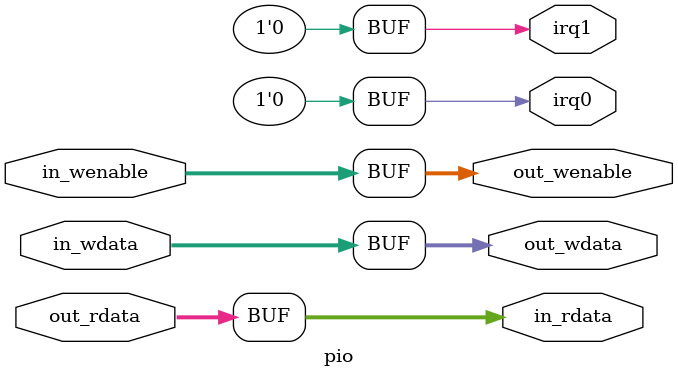
<source format=sv>
module pio #(
  parameter dataWidth = 32
) (
  input  [dataWidth-1:0] in_wdata,
  input  [dataWidth-1:0] in_wenable,
  output [dataWidth-1:0] in_rdata,

  output [dataWidth-1:0] out_wdata,
  output [dataWidth-1:0] out_wenable,
  input  [dataWidth-1:0] out_rdata,

  output logic irq0,
  output logic irq1
);

assign out_wdata   = in_wdata;
assign out_wenable = in_wenable;
assign in_rdata    = out_rdata;

// IRQ
assign irq0 = 1'b0;//|idata;
assign irq1 = 1'b0;//|idata;

endmodule

</source>
